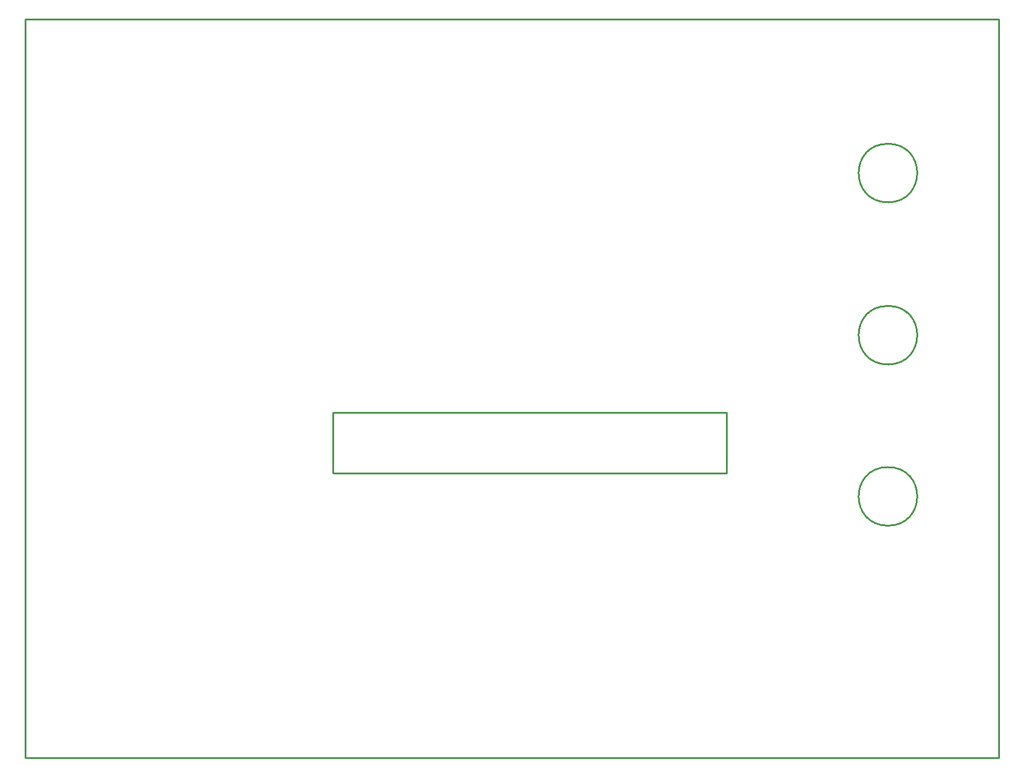
<source format=gko>
G04 Layer: BoardOutlineLayer*
G04 EasyEDA v6.5.29, 2023-07-18 11:29:47*
G04 d241b5e9eba042f2855d0ef1ce65199e,5a6b42c53f6a479593ecc07194224c93,10*
G04 Gerber Generator version 0.2*
G04 Scale: 100 percent, Rotated: No, Reflected: No *
G04 Dimensions in millimeters *
G04 leading zeros omitted , absolute positions ,4 integer and 5 decimal *
%FSLAX45Y45*%
%MOMM*%

%ADD10C,0.2540*%
D10*
X-4839563Y9118600D02*
G01*
X8876436Y9118600D01*
X8876436Y-1295400D01*
X-4839563Y-1295400D01*
X-4839563Y9118600D01*
X-508000Y3568700D02*
G01*
X-508863Y2717800D01*
X-508863Y2717800D02*
G01*
X5041036Y2717800D01*
X5041036Y2717800D02*
G01*
X5041900Y3568700D01*
X5041900Y3568700D02*
G01*
X-508000Y3568700D01*
G75*
G01*
X7314336Y6534201D02*
G02*
X7314336Y7359599I0J412699D01*
G75*
G01*
X7314336Y7359599D02*
G02*
X7314336Y6534201I0J-412699D01*
X7314336Y6534200D02*
G01*
X7314336Y6534200D01*
G75*
G01*
X7314336Y4248201D02*
G02*
X7314336Y5073599I0J412699D01*
G75*
G01*
X7314336Y5073599D02*
G02*
X7314336Y4248201I0J-412699D01*
X7314336Y4248200D02*
G01*
X7314336Y4248200D01*
G75*
G01*
X7314336Y1974901D02*
G02*
X7314336Y2800299I0J412699D01*
G75*
G01*
X7314336Y2800299D02*
G02*
X7314336Y1974901I0J-412699D01*
X7314336Y1974900D02*
G01*
X7314336Y1974900D01*

%LPD*%
M02*

</source>
